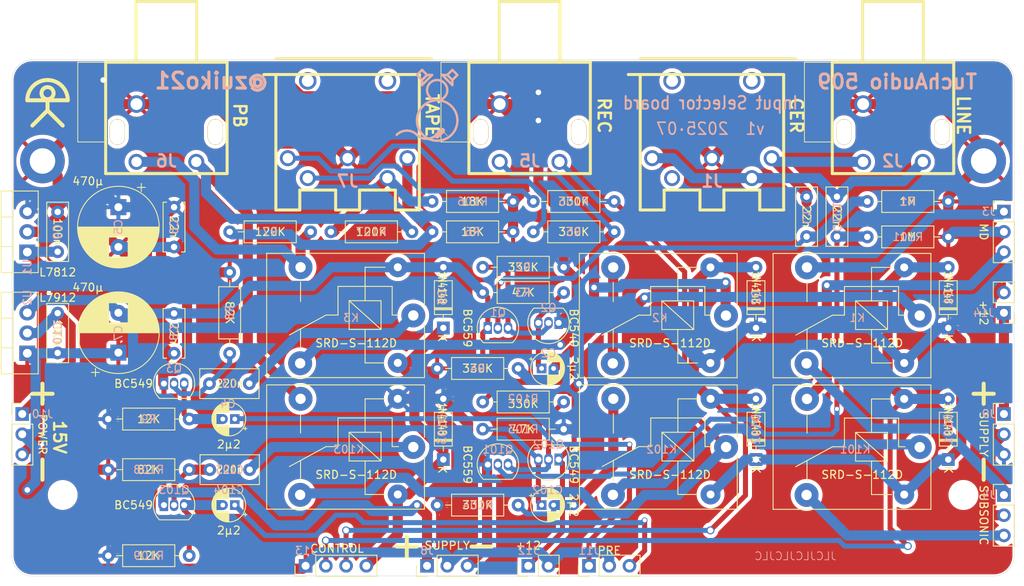
<source format=kicad_pcb>
(kicad_pcb (version 20240108) (generator "pcbnew") (generator_version "8.0")
  (title_block (title "TuchAudio 509 Input Selector board") (date "2025-07-28") (rev "v1") (company "@zuiko21"))
  (layers (0 "F.Cu" signal) (31 "B.Cu" signal) (34 "B.Paste" user) (35 "F.Paste" user) (36 "B.SilkS" user "B.Silkscreen") (37 "F.SilkS" user "F.Silkscreen") (38 "B.Mask" user) (39 "F.Mask" user) (44 "Edge.Cuts" user))
  (net 0 "")
  (net 1 "/K_IN")
  (net 2 "/AC_IN")
  (net 3 "/LZ")
  (net 4 "/LINE")
  (net 5 "/BIAS")
  (net 6 "/MON")
  (net 7 "/BUF")
  (net 8 "/PRE_OUT")
  (net 9 "+12V")
  (net 10 "GND")
  (net 11 "-12V")
  (net 12 "/+15")
  (net 13 "/-15")
  (net 14 "/AC_IN'")
  (net 15 "/K_IN'")
  (net 16 "/LZ'")
  (net 17 "/LINE'")
  (net 18 "/MON'")
  (net 19 "/BIAS'")
  (net 20 "/PRE_OUT'")
  (net 21 "/BUF'")
  (net 22 "/S{slash}~{M}")
  (net 23 "/P{slash}~{L}")
  (net 24 "/~{TM}")
  (net 26 "/MD")
  (net 27 "/MD'")
  (net 28 "/SUB")
  (net 29 "/SUB'")
  (net 30 "/SRC")
  (net 31 "/SRC'")
  (net 32 "/TAPE'")
  (net 33 "/TAPE")
  (net 34 "/DIN_R'")
  (net 35 "/DIN_P")
  (net 36 "/DIN_P'")
  (net 37 "/DIN_R")
  (net 38 "/PHONO")
  (net 39 "/PHONO'")
  (net 40 "/MZ")
  (net 41 "/MZ'")
  (footprint "Package_TO_SOT_THT:TO-92_Inline" (layer "F.Cu") (at 93.98 58.42 180)
    (property "Reference" "Q2")
    (property "Value" "BC549")
  )
  (footprint "Resistor_THT:R_Axial_DIN0207_L6.3mm_D2.5mm_P10.16mm_Horizontal" (layer "F.Cu") (at 47.625 70.485 180)
    (property "Reference" "R9")
    (property "Value" "12K")
  )
  (footprint "Package_TO_SOT_THT:TO-92_Inline" (layer "F.Cu") (at 93.98 75.565 180)
    (property "Reference" "Q102")
    (property "Value" "BC549")
  )
  (footprint "Resistor_THT:R_Axial_DIN0207_L6.3mm_D2.5mm_P10.16mm_Horizontal" (layer "F.Cu") (at 78.105 46.99)
    (property "Reference" "R6")
    (property "Value" "18K")
  )
  (footprint "Resistor_THT:R_Axial_DIN0207_L6.3mm_D2.5mm_P10.16mm_Horizontal" (layer "F.Cu") (at 65.405 46.99)
    (property "Reference" "R107")
    (property "Value" "120K")
  )
  (footprint "Connector_PinHeader_2.54mm:PinHeader_1x03_P2.54mm_Vertical" (layer "F.Cu") (at 77.47 88.9 90)
    (property "Reference" "J8")
    (property "Value" "SUPPLY")
  )
  (footprint "Package_TO_SOT_THT:TO-92_Inline" (layer "F.Cu") (at 85.09 59.055)
    (property "Reference" "Q1")
    (property "Value" "BC559")
  )
  (footprint "durango:2xRCA_vertical" (layer "F.Cu") (at 141.018949 25.708949 180)
    (property "Reference" "J2")
    (property "Value" "LINE")
  )
  (footprint "Diode_THT:D_DO-35_SOD27_P7.62mm_Horizontal" (layer "F.Cu") (at 118.745 75.565 90)
    (property "Reference" "D102")
    (property "Value" "1N4148")
  )
  (footprint "Resistor_THT:R_Axial_DIN0207_L6.3mm_D2.5mm_P10.16mm_Horizontal" (layer "F.Cu") (at 47.625 87.63 180)
    (property "Reference" "R109")
    (property "Value" "12K")
  )
  (footprint "Package_TO_SOT_THT:TO-92_Inline" (layer "F.Cu") (at 44.45 81.28)
    (property "Reference" "Q103")
    (property "Value" "BC549")
  )
  (footprint "Resistor_THT:R_Axial_DIN0207_L6.3mm_D2.5mm_P10.16mm_Horizontal" (layer "F.Cu") (at 132.715 47.625)
    (property "Reference" "R101")
    (property "Value" "1M")
  )
  (footprint "Resistor_THT:R_Axial_DIN0207_L6.3mm_D2.5mm_P10.16mm_Horizontal" (layer "F.Cu") (at 84.455 71.755)
    (property "Reference" "R103")
    (property "Value" "47K")
  )
  (footprint "Capacitor_THT:C_Rect_L7.2mm_W3.5mm_P5.00mm_FKS2_FKP2_MKS2_MKP2" (layer "F.Cu") (at 55.165 66.04 180)
    (property "Reference" "C3")
    (property "Value" "220n")
  )
  (footprint "Package_TO_SOT_THT:TO-92_Inline" (layer "F.Cu") (at 44.45 66.04)
    (property "Reference" "Q3")
    (property "Value" "BC549")
  )
  (footprint "MountingHole:MountingHole_3.2mm_M3_DIN965_Pad" (layer "F.Cu") (at 147.32 38.1)
    (property "Reference" "H2" (hide yes))
    (property "Value" "MountingHole_Pad" (hide yes))
  )
  (footprint "Connector_PinHeader_2.54mm:PinHeader_1x03_P2.54mm_Vertical" (layer "F.Cu") (at 97.79 88.9 90)
    (property "Reference" "J11")
    (property "Value" "PRE")
  )
  (footprint "Capacitor_THT:C_Disc_D6.0mm_W2.5mm_P5.00mm" (layer "F.Cu") (at 45.72 57.23 -90)
    (property "Reference" "C8")
    (property "Value" "22n")
  )
  (footprint "Relay_THT:Relay_SPDT_SANYOU_SRD_Series_Form_C" (layer "F.Cu") (at 75.745 73.995 180)
    (property "Reference" "K103")
    (property "Value" "SRD-S-112D")
  )
  (footprint "Capacitor_THT:CP_Radial_D4.0mm_P1.50mm" (layer "F.Cu") (at 91.845 81.28)
    (property "Reference" "C102")
    (property "Value" "2µ2")
  )
  (footprint "Relay_THT:Relay_SPDT_SANYOU_SRD_Series_Form_C" (layer "F.Cu") (at 114.98 57.5 180)
    (property "Reference" "K2")
    (property "Value" "SRD-S-112D")
  )
  (footprint "Connector_PinHeader_2.54mm:PinHeader_1x02_P2.54mm_Vertical" (layer "F.Cu") (at 90.17 88.9 90)
    (property "Reference" "J12")
    (property "Value" "+12")
  )
  (footprint "Connector_PinHeader_2.54mm:PinHeader_1x04_P2.54mm_Vertical" (layer "F.Cu") (at 62.23 88.9 90)
    (property "Reference" "J13")
    (property "Value" "CONTROL")
  )
  (footprint "Diode_THT:D_DO-35_SOD27_P7.62mm_Horizontal" (layer "F.Cu") (at 118.745 59.055 90)
    (property "Reference" "D2")
    (property "Value" "1N4148")
  )
  (footprint "Resistor_THT:R_Axial_DIN0207_L6.3mm_D2.5mm_P10.16mm_Horizontal" (layer "F.Cu") (at 52.705 62.23 90)
    (property "Reference" "R8")
    (property "Value" "82K")
  )
  (footprint "Capacitor_THT:CP_Radial_D4.0mm_P1.50mm" (layer "F.Cu") (at 53.34 70.485 180)
    (property "Reference" "C4")
    (property "Value" "2µ2")
  )
  (footprint "Diode_THT:D_DO-35_SOD27_P7.62mm_Horizontal" (layer "F.Cu") (at 79.51 75.565 90)
    (property "Reference" "D103")
    (property "Value" "1N4148")
  )
  (footprint "Diode_THT:D_DO-35_SOD27_P7.62mm_Horizontal" (layer "F.Cu") (at 142.875 75.565 90)
    (property "Reference" "D101")
    (property "Value" "1N4148")
  )
  (footprint "Connector_PinHeader_2.54mm:PinHeader_1x03_P2.54mm_Vertical" (layer "F.Cu") (at 149.86 44.45)
    (property "Reference" "J3")
    (property "Value" "MD")
  )
  (footprint "Diode_THT:D_DO-35_SOD27_P7.62mm_Horizontal" (layer "F.Cu") (at 79.51 59.055 90)
    (property "Reference" "D3")
    (property "Value" "1N4148")
  )
  (footprint "Connector_PinHeader_2.54mm:PinHeader_1x03_P2.54mm_Vertical" (layer "F.Cu") (at 149.86 69.85)
    (property "Reference" "J9")
    (property "Value" "SUPPLY")
  )
  (footprint "Relay_THT:Relay_SPDT_SANYOU_SRD_Series_Form_C" (layer "F.Cu") (at 114.995 73.995 180)
    (property "Reference" "K102")
    (property "Value" "SRD-S-112D")
  )
  (footprint "MountingHole:MountingHole_3.2mm_M3_DIN965" (layer "F.Cu") (at 144.78 80.01)
    (property "Reference" "H4" (hide yes))
    (property "Value" "MountingHole" (hide yes))
  )
  (footprint "Resistor_THT:R_Axial_DIN0207_L6.3mm_D2.5mm_P10.16mm_Horizontal" (layer "F.Cu") (at 52.705 46.99)
    (property "Reference" "R7")
    (property "Value" "120K")
  )
  (footprint "Relay_THT:Relay_SPDT_SANYOU_SRD_Series_Form_C" (layer "F.Cu") (at 139.295 74.01 180)
    (property "Reference" "K101")
    (property "Value" "SRD-S-112D")
  )
  (footprint "Resistor_THT:R_Axial_DIN0207_L6.3mm_D2.5mm_P10.16mm_Horizontal" (layer "F.Cu") (at 94.615 54.61 180)
    (property "Reference" "R3")
    (property "Value" "47K")
  )
  (footprint "Resistor_THT:R_Axial_DIN0207_L6.3mm_D2.5mm_P10.16mm_Horizontal" (layer "F.Cu") (at 88.9 81.28 180)
    (property "Reference" "R104")
    (property "Value" "330K")
  )
  (footprint "durango:2xRCA_vertical" (layer "F.Cu") (at 49.838949 25.708949 180)
    (property "Reference" "J6")
    (property "Value" "PB")
  )
  (footprint "MountingHole:MountingHole_3.2mm_M3_DIN965_Pad" (layer "F.Cu") (at 29.21 38.1)
    (property "Reference" "H1" (hide yes))
    (property "Value" "MountingHole_Pad" (hide yes))
  )
  (footprint "durango:DIN 5-180deg" (layer "F.Cu") (at 58.498949 27.248949)
    (property "Reference" "J7")
    (property "Value" "TAPE")
  )
  (footprint "Resistor_THT:R_Axial_DIN0207_L6.3mm_D2.5mm_P10.16mm_Horizontal" (layer "F.Cu") (at 88.9 64.135 180)
    (property "Reference" "R4")
    (property "Value" "330K")
  )
  (footprint "Package_TO_SOT_THT:TO-220-3_Vertical" (layer "F.Cu") (at 27.305 62.23 90)
    (property "Reference" "U2")
    (property "Value" "L7912")
  )
  (footprint "Resistor_THT:R_Axial_DIN0207_L6.3mm_D2.5mm_P10.16mm_Horizontal" (layer "F.Cu") (at 100.965 43.18 180)
    (property "Reference" "R105")
    (property "Value" "330K")
  )
  (footprint "Capacitor_THT:CP_Radial_D10.0mm_P5.00mm" (layer "F.Cu") (at 38.735 43.895 -90)
    (property "Reference" "C5")
    (property "Value" "470µ")
  )
  (footprint "Relay_THT:Relay_SPDT_SANYOU_SRD_Series_Form_C" (layer "F.Cu") (at 139.295 57.5 180)
    (property "Reference" "K1")
    (property "Value" "SRD-S-112D")
  )
  (footprint "Resistor_THT:R_Axial_DIN0207_L6.3mm_D2.5mm_P10.16mm_Horizontal" (layer "F.Cu") (at 94.615 51.435 180)
    (property "Reference" "R2")
    (property "Value" "330K")
  )
  (footprint "Capacitor_THT:C_Rect_L7.2mm_W2.5mm_P5.00mm_FKS2_FKP2_MKS2_MKP2" (layer "F.Cu") (at 31.115 44.49 -90)
    (property "Reference" "C9")
    (property "Value" "100n")
  )
  (footprint "Capacitor_THT:C_Rect_L7.2mm_W3.5mm_P5.00mm_FKS2_FKP2_MKS2_MKP2" (layer "F.Cu") (at 55.205 76.835 180)
    (property "Reference" "C103")
    (property "Value" "220n")
  )
  (footprint "Package_TO_SOT_THT:TO-220-3_Vertical" (layer "F.Cu") (at 27.305 49.53 90)
    (property "Reference" "U1")
    (property "Value" "L7812")
  )
  (footprint "Capacitor_THT:CP_Radial_D4.0mm_P1.50mm" (layer "F.Cu") (at 91.845 64.135)
    (property "Reference" "C2")
    (property "Value" "2µ2")
  )
  (footprint "Resistor_THT:R_Axial_DIN0207_L6.3mm_D2.5mm_P10.16mm_Horizontal" (layer "F.Cu") (at 84.455 68.34)
    (property "Reference" "R102")
    (property "Value" "330K")
  )
  (footprint "Capacitor_THT:CP_Radial_D10.0mm_P5.00mm" (layer "F.Cu") (at 38.735 62.15 90)
    (property "Reference" "C7")
    (property "Value" "470µ")
  )
  (footprint "durango:2xRCA_vertical" (layer "F.Cu") (at 95.418949 25.708949 180)
    (property "Reference" "J5")
    (property "Value" "REC")
  )
  (footprint "MountingHole:MountingHole_3.2mm_M3_DIN965" (layer "F.Cu") (at 31.75 80.01)
    (property "Reference" "H3" (hide yes))
    (property "Value" "MountingHole" (hide yes))
  )
  (footprint "Relay_THT:Relay_SPDT_SANYOU_SRD_Series_Form_C" (layer "F.Cu") (at 75.745 57.485 180)
    (property "Reference" "K3")
    (property "Value" "SRD-S-112D")
  )
  (footprint "Resistor_THT:R_Axial_DIN0207_L6.3mm_D2.5mm_P10.16mm_Horizontal" (layer "F.Cu") (at 78.105 43.18)
    (property "Reference" "R106")
    (property "Value" "18K")
  )
  (footprint "Capacitor_THT:C_Rect_L7.2mm_W2.5mm_P5.00mm_FKS2_FKP2_MKS2_MKP2" (layer "F.Cu") (at 128.905 42.585 -90)
    (property "Reference" "C101")
    (property "Value" "22n")
  )
  (footprint "Resistor_THT:R_Axial_DIN0207_L6.3mm_D2.5mm_P10.16mm_Horizontal" (layer "F.Cu") (at 47.625 76.835 180)
    (property "Reference" "R108")
    (property "Value" "82K")
  )
  (footprint "Connector_PinHeader_2.54mm:PinHeader_1x02_P2.54mm_Vertical" (layer "F.Cu") (at 149.86 57.15 180)
    (property "Reference" "J14")
    (property "Value" "+12")
  )
  (footprint "Connector_PinHeader_2.54mm:PinHeader_1x03_P2.54mm_Vertical" (layer "F.Cu") (at 149.86 80.01)
    (property "Reference" "J4")
    (property "Value" "SUBSONIC")
  )
  (footprint "Capacitor_THT:C_Disc_D6.0mm_W2.5mm_P5.00mm" (layer "F.Cu") (at 45.72 43.895 -90)
    (property "Reference" "C6")
    (property "Value" "22n")
  )
  (footprint "Capacitor_THT:C_Rect_L7.2mm_W2.5mm_P5.00mm_FKS2_FKP2_MKS2_MKP2" (layer "F.Cu") (at 31.115 57.19 -90)
    (property "Reference" "C10")
    (property "Value" "100n")
  )
  (footprint "Resistor_THT:R_Axial_DIN0207_L6.3mm_D2.5mm_P10.16mm_Horizontal" (layer "F.Cu") (at 132.715 43.18)
    (property "Reference" "R1")
    (property "Value" "1M")
  )
  (footprint "Capacitor_THT:C_Rect_L7.2mm_W2.5mm_P5.00mm_FKS2_FKP2_MKS2_MKP2" (layer "F.Cu") (at 125.095 42.585 -90)
    (property "Reference" "C1")
    (property "Value" "22n")
  )
  (footprint "Connector_PinHeader_2.54mm:PinHeader_1x03_P2.54mm_Vertical" (layer "F.Cu") (at 26.67 69.85)
    (property "Reference" "J10")
    (property "Value" "POWER")
  )
  (footprint "durango:DIN 5-180deg" (layer "F.Cu") (at 104.218949 27.248949)
    (property "Reference" "J1")
    (property "Value" "CER")
  )
  (footprint "Diode_THT:D_DO-35_SOD27_P7.62mm_Horizontal" (layer "F.Cu") (at 142.875 59.055 90)
    (property "Reference" "D1")
    (property "Value" "1N4148")
  )
  (footprint "Capacitor_THT:CP_Radial_D4.0mm_P1.50mm" (layer "F.Cu") (at 53.34 81.28 180)
    (property "Reference" "C104")
    (property "Value" "2µ2")
  )
  (footprint "Resistor_THT:R_Axial_DIN0207_L6.3mm_D2.5mm_P10.16mm_Horizontal" (layer "F.Cu") (at 100.965 46.99 180)
    (property "Reference" "R5")
    (property "Value" "330K")
  )
  (footprint "Package_TO_SOT_THT:TO-92_Inline" (layer "F.Cu") (at 85.09 76.2)
    (property "Reference" "Q101")
    (property "Value" "BC559")
  )
  (gr_line (start 78.105 27.305) (end 77.47 27.305) (stroke (width 0.3)) (layer "B.SilkS"))
  (gr_line (start 78.74 34.925) (end 79.375 34.29) (stroke (width 0.7) (type dash_dot_dot)) (layer "B.SilkS"))
  (gr_line (start 80.645 28.575) (end 80.645 27.94) (stroke (width 0.3)) (layer "B.SilkS"))
  (gr_line (start 80.645 26.67) (end 80.01 27.305) (stroke (width 0.3)) (layer "B.SilkS"))
  (gr_line (start 77.47 27.305) (end 76.835 27.94) (stroke (width 0.3)) (layer "B.SilkS"))
  (gr_line (start 81.28 27.305) (end 80.645 26.67) (stroke (width 0.3)) (layer "B.SilkS"))
  (gr_circle (center 78.74 29.21) (end 80.01 29.21) (stroke (width 0.3)) (fill none) (layer "B.SilkS"))
  (gr_arc (start 78.686746 34.760356) (mid 77.455262 35.319676) (end 76.2 34.816051) (stroke (width 0.3)) (layer "B.SilkS"))
  (gr_line (start 76.835 28.575) (end 78.105 27.305) (stroke (width 0.3)) (layer "B.SilkS"))
  (gr_line (start 76.835 27.94) (end 76.2 27.305) (stroke (width 0.3)) (layer "B.SilkS"))
  (gr_line (start 80.01 27.305) (end 79.375 27.305) (stroke (width 0.3)) (layer "B.SilkS"))
  (gr_arc (start 73.66 34.816051) (mid 74.93 34.29) (end 76.2 34.816051) (stroke (width 0.3)) (layer "B.SilkS"))
  (gr_line (start 79.375 34.29) (end 80.01 34.925) (stroke (width 0.1)) (layer "B.SilkS"))
  (gr_line (start 76.835 27.94) (end 76.835 28.575) (stroke (width 0.3)) (layer "B.SilkS"))
  (gr_line (start 80.01 27.305) (end 80.645 27.94) (stroke (width 0.3)) (layer "B.SilkS"))
  (gr_line (start 79.375 27.305) (end 80.01 27.94) (stroke (width 0.3)) (layer "B.SilkS"))
  (gr_line (start 80.01 27.94) (end 80.645 28.575) (stroke (width 0.3)) (layer "B.SilkS"))
  (gr_line (start 76.2 27.305) (end 76.835 26.67) (stroke (width 0.3)) (layer "B.SilkS"))
  (gr_line (start 76.835 26.67) (end 77.47 27.305) (stroke (width 0.3)) (layer "B.SilkS"))
  (gr_circle (center 78.74 33.02) (end 81.28 33.02) (stroke (width 0.3)) (fill none) (layer "B.SilkS"))
  (gr_line (start 80.645 27.94) (end 81.28 27.305) (stroke (width 0.3)) (layer "B.SilkS"))
  (gr_line (start 74.93 85.217) (end 74.93 87.757) (stroke (width 0.5)) (layer "F.SilkS"))
  (gr_line (start 30.48 67.31) (end 27.94 67.31) (stroke (width 0.5)) (layer "F.SilkS"))
  (gr_line (start 29.845 30.48) (end 29.845 31.75) (stroke (width 0.5)) (layer "F.SilkS"))
  (gr_line (start 76.2 86.487) (end 73.66 86.487) (stroke (width 0.5)) (layer "F.SilkS"))
  (gr_circle (center 29.845 29.591) (end 30.607 29.591) (stroke (width 0.5)) (fill none) (layer "F.SilkS"))
  (gr_line (start 29.845 31.75) (end 31.75 33.655) (stroke (width 0.5)) (layer "F.SilkS"))
  (gr_line (start 147.32 75.565) (end 147.32 78.105) (stroke (width 0.5)) (layer "F.SilkS"))
  (gr_line (start 29.21 66.04) (end 29.21 68.58) (stroke (width 0.5)) (layer "F.SilkS"))
  (gr_line (start 148.59 67.31) (end 146.05 67.31) (stroke (width 0.5)) (layer "F.SilkS"))
  (gr_arc (start 27.305 30.48) (mid 29.845 27.94) (end 32.385 30.48) (stroke (width 0.5)) (layer "F.SilkS"))
  (gr_line (start 27.305 30.48) (end 32.385 30.48) (stroke (width 0.5)) (layer "F.SilkS"))
  (gr_line (start 85.598 86.487) (end 83.058 86.487) (stroke (width 0.5)) (layer "F.SilkS"))
  (gr_line (start 29.845 31.75) (end 27.94 33.655) (stroke (width 0.5)) (layer "F.SilkS"))
  (gr_line (start 147.32 66.04) (end 147.32 68.58) (stroke (width 0.5)) (layer "F.SilkS"))
  (gr_line (start 29.21 75.565) (end 29.21 78.105) (stroke (width 0.5)) (layer "F.SilkS"))
  (gr_arc (start 27.94 90.17) (mid 26.143949 89.426051) (end 25.4 87.63) (stroke (width 0.05)) (layer "Edge.Cuts"))
  (gr_line (start 148.59 90.17) (end 27.94 90.17) (stroke (width 0.05)) (layer "Edge.Cuts"))
  (gr_line (start 151.13 27.94) (end 151.13 87.63) (stroke (width 0.05)) (layer "Edge.Cuts"))
  (gr_arc (start 151.13 87.63) (mid 150.386051 89.426051) (end 148.59 90.17) (stroke (width 0.05)) (layer "Edge.Cuts"))
  (gr_arc (start 25.4 27.94) (mid 26.143949 26.143949) (end 27.94 25.4) (stroke (width 0.05)) (layer "Edge.Cuts"))
  (gr_line (start 27.94 25.4) (end 148.59 25.4) (stroke (width 0.05)) (layer "Edge.Cuts"))
  (gr_line (start 25.4 87.63) (end 25.4 27.94) (stroke (width 0.05)) (layer "Edge.Cuts"))
  (gr_arc (start 148.59 25.4) (mid 150.386051 26.143949) (end 151.13 27.94) (stroke (width 0.05)) (layer "Edge.Cuts"))
  (gr_text "TuchAudio 509" (at 146.685 29.21 0) (layer "B.SilkS") (effects (font (size 1.8 1.8) (thickness 0.36) (bold yes)) (justify left bottom mirror)))
  (gr_text "@zuiko21" (at 57.785 29.21 0) (layer "B.SilkS") (effects (font (size 2 2) (thickness 0.4) (bold yes)) (justify left bottom mirror)))
  (gr_text "v1  2025·07" (at 113.03 34.925 0) (layer "B.SilkS") (effects (font (size 1.5 1.4) (thickness 0.2)) (justify bottom mirror)))
  (gr_text "Input Selector board" (at 113.03 31.75 0) (layer "B.SilkS") (effects (font (size 1.6 1.4) (thickness 0.24) (bold yes)) (justify bottom mirror)))
  (gr_text "JLCJLCJLCJLC" (at 128.905 88.265 0) (layer "B.SilkS") (effects (font (size 1 1) (thickness 0.1)) (justify left bottom mirror)))
  (gr_text "15V" (at 30.48 70.485 -90) (layer "F.SilkS") (effects (font (size 1.5 1.5) (thickness 0.3) (bold yes)) (justify left bottom)))
  (segment (start 125.095 43.26) (end 125.095 42.125) (width 1.27) (layer "F.Cu") (net 1))
  (segment (start 125.095 42.125) (end 120.718949 37.748949) (width 1.27) (layer "F.Cu") (net 1))
  (segment (start 132.188949 38.208949) (end 121.178949 38.208949) (width 1.27) (layer "B.Cu") (net 1))
  (segment (start 121.178949 38.208949) (end 120.718949 37.748949) (width 1.27) (layer "B.Cu") (net 1))
  (segment (start 86.36 59.055) (end 86.36 59.484318) (width 0.635) (layer "F.Cu") (net 2))
  (segment (start 86.36 59.484318) (end 86.36 53.7425) (width 0.635) (layer "F.Cu") (net 2))
  (segment (start 86.36 53.7425) (end 86.7625 53.34) (width 0.635) (layer "F.Cu") (net 2))
  (via (at 86.7625 53.34) (size 0.7) (drill 0.5) (layers "F.Cu" "B.Cu") (net 2))
  (segment (start 87.28 52.8225) (end 95.804324 52.8225) (width 0.635) (layer "B.Cu") (net 2))
  (segment (start 99.619273 49.007551) (end 123.672449 49.007551) (width 0.635) (layer "B.Cu") (net 2))
  (segment (start 126.59276 47.585) (end 125.095 47.585) (width 1.27) (layer "B.Cu") (net 2))
  (segment (start 130.99776 43.18) (end 126.59276 47.585) (width 1.27) (layer "B.Cu") (net 2))
  (segment (start 132.715 43.18) (end 130.99776 43.18) (width 1.27) (layer "B.Cu") (net 2))
  (segment (start 95.804324 52.8225) (end 99.619273 49.007551) (width 0.635) (layer "B.Cu") (net 2))
  (segment (start 86.7625 53.34) (end 87.28 52.8225) (width 0.635) (layer "B.Cu") (net 2))
  (segment (start 123.672449 49.007551) (end 125.095 47.585) (width 0.635) (layer "B.Cu") (net 2))
  (segment (start 91.44 63.73) (end 91.44 58.42) (width 0.635) (layer "F.Cu") (net 3))
  (segment (start 91.845 64.135) (end 91.44 63.73) (width 0.635) (layer "F.Cu") (net 3))
  (segment (start 91.44 57.785) (end 94.615 54.61) (width 0.635) (layer "F.Cu") (net 3))
  (segment (start 91.44 58.42) (end 91.44 57.785) (width 0.635) (layer "F.Cu") (net 3))
  (segment (start 93.345 64.135) (end 100.83 56.65) (width 1.27) (layer "F.Cu") (net 4))
  (segment (start 100.83 56.65) (end 100.83 51.45) (width 1.27) (layer "F.Cu") (net 4))
  (segment (start 90.335 65.57) (end 88.9 64.135) (width 1.27) (layer "B.Cu") (net 4))
  (segment (start 93.345 64.135) (end 93.345 65.505) (width 1.27) (layer "B.Cu") (net 4))
  (segment (start 93.28 65.57) (end 90.335 65.57) (width 1.27) (layer "B.Cu") (net 4))
  (segment (start 93.345 65.505) (end 93.28 65.57) (width 1.27) (layer "B.Cu") (net 4))
  (segment (start 52.705 63.5) (end 50.165 66.04) (width 0.635) (layer "B.Cu") (net 5))
  (segment (start 48.8975 67.3075) (end 46.558182 67.3075) (width 0.635) (layer "B.Cu") (net 5))
  (segment (start 45.72 66.469318) (end 45.72 66.04) (width 0.635) (layer "B.Cu") (net 5))
  (segment (start 52.705 62.23) (end 52.705 63.5) (width 0.635) (layer "B.Cu") (net 5))
  (segment (start 46.558182 67.3075) (end 45.72 66.469318) (width 0.635) (layer "B.Cu") (net 5))
  (segment (start 50.165 66.04) (end 48.8975 67.3075) (width 0.635) (layer "B.Cu") (net 5))
  (segment (start 73.535 59.695) (end 61.51 59.695) (width 1.27) (layer "B.Cu") (net 6))
  (segment (start 75.745 57.485) (end 73.535 59.695) (width 1.27) (layer "B.Cu") (net 6))
  (segment (start 61.51 59.695) (end 55.165 66.04) (width 1.27) (layer "B.Cu") (net 6))
  (segment (start 46.99 66.04) (end 46.99 69.85) (width 0.635) (layer "F.Cu") (net 7))
  (segment (start 46.99 69.85) (end 47.625 70.485) (width 0.635) (layer "F.Cu") (net 7))
  (segment (start 51.84 70.485) (end 47.625 70.485) (width 1.27) (layer "B.Cu") (net 7))
  (segment (start 97.79 85.853176) (end 97.79 88.9) (width 0.635) (layer "F.Cu") (net 8))
  (segment (start 102.87 80.773176) (end 97.79 85.853176) (width 0.635) (layer "F.Cu") (net 8))
  (segment (start 102.87 73.66) (end 102.87 80.773176) (width 0.635) (layer "F.Cu") (net 8))
  (via (at 102.87 73.66) (size 0.7) (drill 0.5) (layers "F.Cu" "B.Cu") (net 8))
  (segment (start 90.397618 70.4375) (end 93.620118 73.66) (width 0.635) (layer "B.Cu") (net 8))
  (segment (start 53.3875 70.4375) (end 90.397618 70.4375) (width 0.635) (layer "B.Cu") (net 8))
  (segment (start 93.620118 73.66) (end 102.87 73.66) (width 0.635) (layer "B.Cu") (net 8))
  (segment (start 53.34 70.485) (end 53.3875 70.4375) (width 0.635) (layer "B.Cu") (net 8))
  (segment (start 94.615 51.435) (end 96.25 53.07) (width 1.27) (layer "F.Cu") (net 9))
  (segment (start 95.5975 66.9625) (end 95.5975 67.0225) (width 1.27) (layer "F.Cu") (net 9))
  (segment (start 77.47 88.9) (end 77.47 82.55) (width 1.27) (layer "F.Cu") (net 9))
  (segment (start 142.875 75.565) (end 144.51 73.93) (width 1.27) (layer "F.Cu") (net 9))
  (segment (start 44.45 66.04) (end 44.45 81.28) (width 0.635) (layer "F.Cu") (net 9))
  (segment (start 96.25 56.24) (end 94.07 58.42) (width 1.27) (layer "F.Cu") (net 9))
  (segment (start 61.697445 29.983949) (end 83.046051 29.983949) (width 1.27) (layer "F.Cu") (net 9))
  (segment (start 59.653496 27.94) (end 61.697445 29.983949) (width 1.27) (layer "F.Cu") (net 9))
  (segment (start 90.526051 28.575) (end 91.44 29.488949) (width 1.27) (layer "F.Cu") (net 9))
  (segment (start 44.36 64.68) (end 44.36 66.04) (width 1.27) (layer "F.Cu") (net 9))
  (segment (start 36.83 27.94) (end 59.653496 27.94) (width 1.27) (layer "F.Cu") (net 9))
  (segment (start 47.355 62.90724) (end 45.80724 64.455) (width 1.27) (layer "F.Cu") (net 9))
  (segment (start 84.455 28.575) (end 90.526051 28.575) (width 1.27) (layer "F.Cu") (net 9))
  (segment (start 45.80724 64.455) (end 44.585 64.455) (width 1.27) (layer "F.Cu") (net 9))
  (segment (start 95.9325 73.6125) (end 93.98 75.565) (width 0.635) (layer "F.Cu") (net 9))
  (segment (start 84.455 68.34) (end 85.7725 67.0225) (width 0.635) (layer "F.Cu") (net 9))
  (segment (start 96.25 53.07) (end 96.25 56.24) (width 1.27) (layer "F.Cu") (net 9))
  (segment (start 44.085 50.165) (end 47.355 53.435) (width 1.27) (layer "F.Cu") (net 9))
  (segment (start 83.046051 29.983949) (end 84.455 28.575) (width 1.27) (layer "F.Cu") (net 9))
  (segment (start 96.52 66.04) (end 95.5975 66.9625) (width 1.27) (layer "F.Cu") (net 9))
  (segment (start 94.615 44.67776) (end 94.615 51.435) (width 1.27) (layer "F.Cu") (net 9))
  (segment (start 47.355 62.23) (end 47.355 62.90724) (width 1.27) (layer "F.Cu") (net 9))
  (segment (start 94.4625 76.0475) (end 94.4625 84.6075) (width 0.635) (layer "F.Cu") (net 9))
  (segment (start 77.47 82.55) (end 76.2 81.28) (width 1.27) (layer "F.Cu") (net 9))
  (segment (start 93.98 75.565) (end 94.4625 76.0475) (width 0.635) (layer "F.Cu") (net 9))
  (segment (start 94.4625 84.6075) (end 90.17 88.9) (width 0.635) (layer "F.Cu") (net 9))
  (segment (start 44.585 64.455) (end 44.36 64.68) (width 1.27) (layer "F.Cu") (net 9))
  (segment (start 45.72 43.895) (end 44.085 45.53) (width 1.27) (layer "F.Cu") (net 9))
  (segment (start 95.9325 67.3575) (end 95.9325 73.6125) (width 0.635) (layer "F.Cu") (net 9))
  (segment (start 91.44 33.02) (end 91.44 41.50276) (width 1.27) (layer "F.Cu") (net 9))
  (segment (start 149.86 57.15) (end 149.86 69.85) (width 1.27) (layer "F.Cu") (net 9))
  (segment (start 47.355 53.435) (end 47.355 62.23) (width 1.27) (layer "F.Cu") (net 9))
  (segment (start 144.51 60.69) (end 142.875 59.055) (width 1.27) (layer "F.Cu") (net 9))
  (segment (start 144.51 73.93) (end 144.51 60.69) (width 1.27) (layer "F.Cu") (net 9))
  (segment (start 44.085 45.53) (end 44.085 50.165) (width 1.27) (layer "F.Cu") (net 9))
  (segment (start 95.5975 67.0225) (end 95.9325 67.3575) (width 0.635) (layer "F.Cu") (net 9))
  (segment (start 91.44 41.50276) (end 94.615 44.67776) (width 1.27) (layer "F.Cu") (net 9))
  (segment (start 85.7725 67.0225) (end 95.5975 67.0225) (width 0.635) (layer "F.Cu") (net 9))
  (via (at 96.52 66.04) (size 1) (drill 0.7) (layers "F.Cu" "B.Cu") (net 9))
  (via (at 91.44 33.02) (size 1) (drill 0.7) (layers "F.Cu" "B.Cu") (net 9))
  (via (at 76.2 81.28) (size 1) (drill 0.7) (layers "F.Cu" "B.Cu") (net 9))
  (via (at 36.83 27.94) (size 1) (drill 0.7) (layers "F.Cu" "B.Cu") (net 9))
  (via (at 91.44 29.488949) (size 1) (drill 0.7) (layers "F.Cu" "B.Cu") (net 9))
  (segment (start 36.793949 27.976051) (end 36.83 27.94) (width 1.27) (layer "B.Cu") (net 9))
  (segment (start 28.9 42.855) (end 27.305 44.45) (width 1.27) (layer "B.Cu") (net 9))
  (segment (start 96.52 58.42) (end 96.52 66.04) (width 1.27) (layer "B.Cu") (net 9))
  (segment (start 117.425 59.055) (end 113.03 63.45) (width 1.27) (layer "B.Cu") (net 9))
  (segment (start 132.95 59.055) (end 118.745 59.055) (width 1.27) (layer "B.Cu") (net 9))
  (segment (start 149.86 57.15) (end 144.78 57.15) (width 1.27) (layer "B.Cu") (net 9))
  (segment (start 118.745 75.565) (end 117.425 75.565) (width 1.27) (layer "B.Cu") (net 9))
  (segment (start 91.44 29.488949) (end 91.44 33.02) (width 1.27) (layer "B.Cu") (net 9))
  (segment (start 106.78 58.42) (end 96.52 58.42) (width 1.27) (layer "B.Cu") (net 9))
  (segment (start 117.425 75.565) (end 113.045 79.945) (width 1.27) (layer "B.Cu") (net 9))
  (segment (start 58.42 83.82) (end 62.23 83.82) (width 1.27) (layer "B.Cu") (net 9))
  (segment (start 75.45 82.03) (end 76.2 81.28) (width 1.27) (layer "B.Cu") (net 9))
  (segment (start 62.23 83.82) (end 64.77 81.28) (width 1.27) (layer "B.Cu") (net 9))
  (segment (start 54.295 79.695) (end 58.42 83.82) (width 1.27) (layer "B.Cu") (net 9))
  (segment (start 69.85 81.28) (end 70.6 82.03) (width 1.27) (layer "B.Cu") (net 9))
  (segment (start 44.765 79.695) (end 54.295 79.695) (width 1.27) (layer "B.Cu") (net 9))
  (segment (start 37.695 42.855) (end 28.9 42.855) (width 1.27) (layer "B.Cu") (net 9))
  (segment (start 64.77 81.28) (end 69.85 81.28) (width 1.27) (layer "B.Cu") (net 9))
  (segment (start 142.875 75.565) (end 141.74 75.565) (width 1.27) (layer "B.Cu") (net 9))
  (segment (start 38.735 43.895) (end 37.695 42.855) (width 1.27) (layer "B.Cu") (net 9))
  (segment (start 70.6 82.03) (end 75.45 82.03) (width 1.27) (layer "B.Cu") (net 9))
  (segment (start 141.74 59.055) (end 137.345 63.45) (width 1.27) (layer "B.Cu") (net 9))
  (segment (start 38.735 43.895) (end 45.72 43.895) (width 1.27) (layer "B.Cu") (net 9))
  (segment (start 96.52 58.42) (end 94.07 58.42) (width 1.27) (layer "B.Cu") (net 9))
  (segment (start 144.78 57.15) (end 142.875 59.055) (width 1.27) (layer "B.Cu") (net 9))
  (segment (start 137.345 79.96) (end 132.95 75.565) (width 1.27) (layer "B.Cu") (net 9))
  (segment (start 44.36 81.28) (end 44.36 80.1) (width 1.27) (layer "B.Cu") (net 9))
  (segment (start 38.735 43.895) (end 36.793949 41.953949) (width 1.27) (layer "B.Cu") (net 9))
  (segment (start 132.95 75.565) (end 118.745 75.565) (width 1.27) (layer "B.Cu") (net 9))
  (segment (start 137.345 63.45) (end 132.95 59.055) (width 1.27) (layer "B.Cu") (net 9))
  (segment (start 142.875 59.055) (end 141.74 59.055) (width 1.27) (layer "B.Cu") (net 9))
  (segment (start 44.36 80.1) (end 44.765 79.695) (width 1.27) (layer "B.Cu") (net 9))
  (segment (start 118.745 59.055) (end 117.425 59.055) (width 1.27) (layer "B.Cu") (net 9))
  (segment (start 113.03 63.45) (end 111.81 63.45) (width 1.27) (layer "B.Cu") (net 9))
  (segment (start 36.793949 41.953949) (end 36.793949 27.976051) (width 1.27) (layer "B.Cu") (net 9))
  (segment (start 141.74 75.565) (end 137.345 79.96) (width 1.27) (layer "B.Cu") (net 9))
  (segment (start 111.81 63.45) (end 106.78 58.42) (width 1.27) (layer "B.Cu") (net 9))
  (segment (start 29.845 76.835) (end 37.465 76.835) (width 1.27) (layer "F.Cu") (net 10))
  (segment (start 45.72 48.895) (end 46.99 48.895) (width 1.27) (layer "F.Cu") (net 10))
  (segment (start 31.115 45.72) (end 32.385 46.99) (width 1.27) (layer "F.Cu") (net 10))
  (segment (start 27.305 46.99) (end 29.845 46.99) (width 1.27) (layer "F.Cu") (net 10))
  (segment (start 27.305 46.99) (end 28.615 46.99) (width 1.27) (layer "F.Cu") (net 10))
  (segment (start 67.498949 37.748949) (end 67.661051 37.748949) (width 1.27) (layer "F.Cu") (net 10))
  (segment (start 80.01 82.55) (end 80.01 88.9) (width 1.27) (layer "F.Cu") (net 10))
  (segment (start 29.845 46.99) (end 31.115 46.99) (width 1.27) (layer "F.Cu") (net 10))
  (segment (start 31.115 44.49) (end 31.115 40.005) (width 1.27) (layer "F.Cu") (net 10))
  (segment (start 106.428949 30.958949) (end 113.218949 37.748949) (width 1.27) (layer "F.Cu") (net 10))
  (segment (start 142.875 42.545) (end 147.32 38.1) (width 1.27) (layer "F.Cu") (net 10))
  (segment (start 113.218949 37.748949) (end 120.008949 30.958949) (width 1.27) (layer "F.Cu") (net 10))
  (segment (start 50.8 30.958949) (end 55.755 35.913949) (width 1.27) (layer "F.Cu") (net 10))
  (segment (start 29.21 38.1) (end 36.351051 30.958949) (width 1.27) (layer "F.Cu") (net 10))
  (segment (start 55.755 35.913949) (end 65.663949 35.913949) (width 1.27) (layer "F.Cu") (net 10))
  (segment (start 31.115 46.99) (end 32.385 46.99) (width 1.27) (layer "F.Cu") (net 10))
  (segment (start 81.145 73.93) (end 81.145 78.875) (width 1.27) (layer "F.Cu") (net 10))
  (segment (start 88.265 43.18) (end 89.064999 42.380001) (width 1.27) (layer "F.Cu") (net 10))
  (segment (start 148.175 52.925) (end 149.86 54.61) (width 1.27) (layer "F.Cu") (net 10))
  (segment (start 38.735 48.895) (end 40.57 50.73) (width 1.27) (layer "F.Cu") (net 10))
  (segment (start 67.661051 37.748949) (end 69.496051 35.913949) (width 1.27) (layer "F.Cu") (net 10))
  (segment (start 36.351051 30.958949) (end 41.008949 30.958949) (width 1.27) (layer "F.Cu") (net 10))
  (segment (start 148.175 55.465) (end 148.175 71.907081) (width 1.27) (layer "F.Cu") (net 10))
  (segment (start 50.165 52.07) (end 52.705 52.07) (width 1.27) (layer "F.Cu") (net 10))
  (segment (start 36.83 46.99) (end 38.735 48.895) (width 1.27) (layer "F.Cu") (net 10))
  (segment (start 35.925 89.265) (end 61.865 89.265) (width 1.27) (layer "F.Cu") (net 10))
  (segment (start 89.064999 33.434999) (end 86.588949 30.958949) (width 1.27) (layer "F.Cu") (net 10))
  (segment (start 38.735 62.15) (end 45.64 62.15) (width 1.27) (layer "F.Cu") (net 10))
  (segment (start 148.175 48.675) (end 148.175 52.925) (width 1.27) (layer "F.Cu") (net 10))
  (segment (start 147.32 36.473202) (end 147.32 38.1) (width 1.27) (layer "F.Cu") (net 10))
  (segment (start 148.175 71.907081) (end 148.657919 72.39) (width 1.27) (layer "F.Cu") (net 10))
  (segment (start 142.875 43.18) (end 142.875 42.545) (width 1.27) (layer "F.Cu") (net 10))
  (segment (start 84.472151 30.958949) (end 86.588949 30.958949) (width 1.27) (layer "F.Cu") (net 10))
  (segment (start 81.145 78.875) (end 78.74 81.28) (width 1.27) (layer "F.Cu") (net 10))
  (segment (start 78.74 64.135) (end 77.875 65) (width 1.27) (layer "F.Cu") (net 10))
  (segment (start 27.305 80.645) (end 35.925 89.265) (width 1.27) (layer "F.Cu") (net 10))
  (segment (start 77.875 70.66) (end 81.145 73.93) (width 1.27) (layer "F.Cu") (net 10))
  (segment (start 32.385 46.99) (end 36.83 46.99) (width 1.27) (layer "F.Cu") (net 10))
  (segment (start 31.115 40.005) (end 29.21 38.1) (width 1.27) (layer "F.Cu") (net 10))
  (segment (start 77.875 65) (end 77.875 70.66) (width 1.27) (layer "F.Cu") (net 10))
  (segment (start 149.03 54.61) (end 148.175 55.465) (width 1.27) (layer "F.Cu") (net 10))
  (segment (start 40.57 60.315) (end 38.735 62.15) (width 1.27) (layer "F.Cu") (net 10))
  (segment (start 149.86 72.39) (end 148.175 74.075) (width 1.27) (layer "F.Cu") (net 10))
  (segment (start 88.265 43.18) (end 88.265 46.99) (width 1.27) (layer "F.Cu") (net 10))
  (segment (start 31.115 44.49) (end 31.115 46.99) (width 1.27) (layer "F.Cu") (net 10))
  (segment (start 149.86 46.99) (end 148.175 48.675) (width 1.27) (layer "F.Cu") (net 10))
  (segment (start 65.663949 35.913949) (end 67.498949 37.748949) (width 1.27) (layer "F.Cu") (net 10))
  (segment (start 148.59 82.55) (end 149.86 82.55) (width 1.27) (layer "F.Cu") (net 10))
  (segment (start 40.57 50.73) (end 40.57 60.315) (width 1.27) (layer "F.Cu") (net 10))
  (segment (start 148.657919 72.39) (end 149.86 72.39) (width 1.27) (layer "F.Cu") (net 10))
  (segment (start 31.115 44.49) (end 31.115 45.72) (width 1.27) (layer "F.Cu") (net 10))
  (segment (start 86.588949 30.958949) (end 106.428949 30.958949) (width 1.27) (layer "F.Cu") (net 10))
  (segment (start 78.74 81.28) (end 80.01 82.55) (width 1.27) (layer "F.Cu") (net 10))
  (segment (start 41.008949 30.958949) (end 50.8 30.958949) (width 1.27) (layer "F.Cu") (net 10))
  (segment (start 142.875 43.18) (end 142.875 47.625) (width 1.27) (layer "F.Cu") (net 10))
  (segment (start 27.305 79.375) (end 27.305 80.645) (width 1.27) (layer "F.Cu") (net 10))
  (segment (start 148.175 74.075) (end 148.175 82.135) (width 1.27) (layer "F.Cu") (net 10))
  (segment (start 149.86 54.61) (end 149.03 54.61) (width 1.27) (layer "F.Cu") (net 10))
  (segment (start 148.175 82.135) (end 148.59 82.55) (width 1.27) (layer "F.Cu") (net 10))
  (segment (start 69.496051 35.913949) (end 79.517151 35.913949) (width 1.27) (layer "F.Cu") (net 10))
  (segment (start 31.115 45.72) (end 29.845 46.99) (width 1.27) (layer "F.Cu") (net 10))
  (segment (start 27.305 79.375) (end 29.845 76.835) (width 1.27) (layer "F.Cu") (net 10))
  (segment (start 132.188949 30.958949) (end 141.805747 30.958949) (width 1.27) (layer "F.Cu") (net 10))
  (segment (start 61.865 89.265) (end 62.23 88.9) (width 1.27) (layer "F.Cu") (net 10))
  (segment (start 89.064999 42.380001) (end 89.064999 33.434999) (width 1.27) (layer "F.Cu") (net 10))
  (segment (start 79.517151 35.913949) (end 84.472151 30.958949) (width 1.27) (layer "F.Cu") (net 10))
  (segment (start 141.805747 30.958949) (end 147.32 36.473202) (width 1.27) (layer "F.Cu") (net 10))
  (segment (start 46.99 48.895) (end 50.165 52.07) (width 1.27) (layer "F.Cu") (net 10))
  (segment (start 120.008949 30.958949) (end 132.188949 30.958949) (width 1.27) (layer "F.Cu") (net 10))
  (via (at 27.305 79.375) (size 1) (drill 0.7) (layers "F.Cu" "B.Cu") (net 10))
  (segment (start 27.305 62.23) (end 28.355 63.28) (width 1.27) (layer "B.Cu") (net 10))
  (segment (start 99.847081 87.215) (end 94.395 87.215) (width 1.27) (layer "B.Cu") (net 10))
  (segment (start 80.01 88.9) (end 81.695 87.215) (width 1.27) (layer "B.Cu") (net 10))
  (segment (start 27.872081 72.39) (end 26.67 72.39) (width 1.27) (layer "B.Cu") (net 10))
  (segment (start 92.71 88.265) (end 92.71 88.9) (width 1.27) (layer "B.Cu") (net 10))
  (segment (start 28.355 76.835) (end 28.355 78.325) (width 1.27) (layer "B.Cu") (net 10))
  (segment (start 28.355 74.075) (end 28.355 76.835) (width 1.27) (layer "B.Cu") (net 10))
  (segment (start 27.305 62.23) (end 38.655 62.23) (width 1.27) (layer "B.Cu") (net 10))
  (segment (start 94.395 87.215) (end 92.71 88.9) (width 1.27) (layer "B.Cu") (net 10))
  (segment (start 80.01 88.9) (end 80.01 87.697919) (width 1.27) (layer "B.Cu") (net 10))
  (segment (start 28.355 78.325) (end 27.305 79.375) (width 1.27) (layer "B.Cu") (net 10))
  (segment (start 91.66 87.215) (end 92.71 88.265) (width 1.27) (layer "B.Cu") (net 10))
  (segment (start 38.735 48.895) (end 45.72 48.895) (width 1.27) (layer "B.Cu") (net 10))
  (segment (start 63.915 87.215) (end 62.23 88.9) (width 1.27) (layer "B.Cu") (net 10))
  (segment (start 45.64 62.15) (end 45.72 62.23) (width 1.27) (layer "B.Cu") (net 10))
  (segment (start 81.695 87.215) (end 91.66 87.215) (width 1.27) (layer "B.Cu") (net 10))
  (segment (start 28.355 63.28) (end 28.355 71.907081) (width 1.27) (layer "B.Cu") (net 10))
  (segment (start 38.655 62.23) (end 38.735 62.15) (width 1.27) (layer "B.Cu") (net 10))
  (segment (start 149.86 46.99) (end 143.51 46.99) (width 1.27) (layer "B.Cu") (net 10))
  (segment (start 26.67 72.39) (end 28.355 74.075) (width 1.27) (layer "B.Cu") (net 10))
  (segment (start 79.527081 87.215) (end 63.915 87.215) (width 1.27) (layer "B.Cu") (net 10))
  (segment (start 100.33 87.697919) (end 99.847081 87.215) (width 1.27) (layer "B.Cu") (net 10))
  (segment (start 143.51 46.99) (end 142.875 47.625) (width 1.27) (layer "B.Cu") (net 10))
  (segment (start 100.33 88.9) (end 100.33 87.697919) (width 1.27) (layer "B.Cu") (net 10))
  (segment (start 80.01 87.697919) (end 79.527081 87.215) (width 1.27) (layer "B.Cu") (net 10))
  (segment (start 28.355 71.907081) (end 27.872081 72.39) (width 1.27) (layer "B.Cu") (net 10))
  (segment (start 79.51 67.945) (end 82.615 71.05) (width 1.27) (layer "F.Cu") (net 11))
  (segment (start 84.455 59.69) (end 84.455 63) (width 0.635) (layer "F.Cu") (net 11))
  (segment (start 84.455 63) (end 79.51 67.945) (width 0.635) (layer "F.Cu") (net 11))
  (segment (start 85 86.45) (end 85 76.29) (width 1.27) (layer "F.Cu") (net 11))
  (segment (start 82.615 71.05) (end 82.615 73.815) (width 1.27) (layer "F.Cu") (net 11))
  (segment (start 82.615 73.815) (end 85 76.2) (width 1.27) (layer "F.Cu") (net 11))
  (segment (start 85.09 55.245) (end 84.455 54.61) (width 0.635) (layer "F.Cu") (net 11))
  (segment (start 85.09 59.055) (end 85.09 55.245) (width 0.635) (layer "F.Cu") (net 11))
  (segment (start 85.09 59.055) (end 84.455 59.69) (width 0.635) (layer "F.Cu") (net 11))
  (segment (start 82.55 88.9) (end 85 86.45) (width 1.27) (layer "F.Cu") (net 11))
  (segment (start 79.51 67.945) (end 80.78 66.675) (width 1.27) (layer "B.Cu") (net 11))
  (segment (start 39.1 85.995) (end 37.465 87.63) (width 1.27) (layer "B.Cu") (net 11))
  (segment (start 41.91 57.23) (end 41.275 57.23) (width 1.27) (layer "B.Cu") (net 11))
  (segment (start 40.085 58.42) (end 41.275 57.23) (width 1.27) (layer "B.Cu") (net 11))
  (segment (start 40.57 58.985) (end 40.57 67.38) (width 1.27) (layer "B.Cu") (net 11))
  (segment (start 37.14 55.555) (end 28.9 55.555) (width 1.27) (layer "B.Cu") (net 11))
  (segment (start 79.51 51.435) (end 81.28 51.435) (width 1.27) (layer "B.Cu") (net 11))
  (segment (start 40.005 58.42) (end 40.57 58.985) (width 1.27) (layer "B.Cu") (net 11))
  (segment (start 51.785 57.23) (end 55.245 53.77) (width 1.27) (layer "B.Cu") (net 11))
  (segment (start 79.51 67.945) (end 73.795 67.945) (width 1.27) (layer "B.Cu") (net 11))
  (segment (start 39.1 72.12) (end 39.1 85.995) (width 1.27) (layer "B.Cu") (net 11))
  (segment (start 40.57 67.38) (end 37.465 70.485) (width 1.27) (layer "B.Cu") (net 11))
  (segment (start 28.9 55.555) (end 27.305 57.15) (width 1.27) (layer "B.Cu") (net 11))
  (segment (start 37.465 70.485) (end 39.1 72.12) (width 1.27) (layer "B.Cu") (net 11))
  (segment (start 55.245 53.77) (end 63.07 53.77) (width 1.27) (layer "B.Cu") (net 11))
  (segment (start 73.795 51.435) (end 79.51 51.435) (width 1.27) (layer "B.Cu") (net 11))
  (segment (start 41.275 57.23) (end 38.815 57.23) (width 1.27) (layer "B.Cu") (net 11))
  (segment (start 65.405 51.435) (end 73.795 51.435) (width 1.27) (layer "B.Cu") (net 11))
  (segment (start 81.28 51.435) (end 84.455 54.61) (width 1.27) (layer "B.Cu") (net 11))
  (segment (start 45.72 57.23) (end 41.91 57.23) (width 1.27) (layer "B.Cu") (net 11))
  (segment (start 38.735 57.15) (end 40.005 58.42) (width 1.27) (layer "B.Cu") (net 11))
  (segment (start 94.615 71.755) (end 93.345 71.755) (width 1.27) (layer "B.Cu") (net 11))
  (segment (start 38.815 57.23) (end 38.735 57.15) (width 1.27) (layer "B.Cu") (net 11))
  (segment (start 132.56 65.875) (end 143.11724 65.875) (width 1.27) (layer "B.Cu") (net 11))
  (segment (start 40.005 58.42) (end 40.085 58.42) (width 1.27) (layer "B.Cu") (net 11))
  (segment (start 127.85 61.165) (end 132.56 65.875) (width 1.27) (layer "B.Cu") (net 11))
  (segment (start 45.72 57.23) (end 51.785 57.23) (width 1.27) (layer "B.Cu") (net 11))
  (segment (start 111.775236 65.755) (end 119.537811 65.755) (width 1.27) (layer "B.Cu") (net 11))
  (segment (start 148.041947 70.799707) (end 148.041947 73.111947) (width 1.27) (layer "B.Cu") (net 11))
  (segment (start 93.345 71.755) (end 88.265 66.675) (width 1.27) (layer "B.Cu") (net 11))
  (segment (start 40.57 58.57) (end 41.91 57.23) (width 1.27) (layer "B.Cu") (net 11))
  (segment (start 124.127811 61.165) (end 127.85 61.165) (width 1.27) (layer "B.Cu") (net 11))
  (segment (start 148.041947 73.111947) (end 149.86 74.93) (width 1.27) (layer "B.Cu") (net 11))
  (segment (start 119.537811 65.755) (end 124.127811 61.165) (width 1.27) (layer "B.Cu") (net 11))
  (segment (start 80.78 66.675) (end 88.265 66.675) (width 1.27) (layer "B.Cu") (net 11))
  (segment (start 38.735 57.15) (end 37.14 55.555) (width 1.27) (layer "B.Cu") (net 11))
  (segment (start 63.07 53.77) (end 65.405 51.435) (width 1.27) (layer "B.Cu") (net 11))
  (segment (start 105.775236 71.755) (end 111.775236 65.755) (width 1.27) (layer "B.Cu") (net 11))
  (segment (start 94.615 71.755) (end 105.775236 71.755) (width 1.27) (layer "B.Cu") (net 11))
  (segment (start 143.11724 65.875) (end 148.041947 70.799707) (width 1.27) (layer "B.Cu") (net 11))
  (segment (start 40.57 58.985) (end 40.57 58.57) (width 1.27) (layer "B.Cu") (net 11))
  (segment (start 26.67 69.85) (end 29.14 67.38) (width 1.27) (layer "F.Cu") (net 12))
  (segment (start 29.14 67.38) (end 29.14 51.365) (width 1.27) (layer "F.Cu") (net 12))
  (segment (start 29.14 51.365) (end 27.305 49.53) (width 1.27) (layer "F.Cu") (net 12))
  (segment (start 27.345 49.49) (end 27.305 49.53) (width 1.27) (layer "B.Cu") (net 12))
  (segment (start 31.075 49.53) (end 31.115 49.49) (width 1.27) (layer "B.Cu") (net 12))
  (segment (start 31.115 49.49) (end 27.345 49.49) (width 1.27) (layer "B.Cu") (net 12))
  (segment (start 30.61 67.988894) (end 30.61 65.275) (width 1.27) (layer "F.Cu") (net 13))
  (segment (start 32.75 58.825) (end 31.115 57.19) (width 1.27) (layer "F.Cu") (net 13))
  (segment (start 26.67 74.93) (end 28.575 73.025) (width 1.27) (layer "F.Cu") (net 13))
  (segment (start 28.575 73.025) (end 28.575 70.023894) (width 1.27) (layer "F.Cu") (net 13))
  (segment (start 28.575 70.023894) (end 30.61 67.988894) (width 1.27) (layer "F.Cu") (net 13))
  (segment (start 32.75 63.135) (end 32.75 58.825) (width 1.27) (layer "F.Cu") (net 13))
  (segment (start 30.61 65.275) (end 32.75 63.135) (width 1.27) (layer "F.Cu") (net 13))
  (segment (start 28.615 59.69) (end 31.115 57.19) (width 1.27) (layer "B.Cu") (net 13))
  (segment (start 27.305 59.69) (end 28.615 59.69) (width 1.27) (layer "B.Cu") (net 13))
  (segment (start 128.905 69.215) (end 128.905 48.18) (width 0.635) (layer "F.Cu") (net 14))
  (via (at 128.905 69.215) (size 0.7) (drill 0.5) (layers "F.Cu" "B.Cu") (net 14))
  (segment (start 87.398182 77.6675) (end 100.33 77.6675) (width 0.635) (layer "B.Cu") (net 14))
  (segment (start 109.54875 73.98875) (end 113.03 70.5075) (width 0.635) (layer "B.Cu") (net 14))
  (segment (start 128.27 72.39) (end 128.905 71.755) (width 0.635) (layer "B.Cu") (net 14))
  (segment (start 86.36 76.629318) (end 87.398182 77.6675) (width 0.635) (layer "B.Cu") (net 14))
  (segment (start 106.15 77.3875) (end 100.61 77.3875) (width 0.635) (layer "B.Cu") (net 14))
  (segment (start 113.03 70.5075) (end 118.11 70.5075) (width 0.635) (layer "B.Cu") (net 14))
  (segment (start 109.54875 73.98875) (end 106.15 77.3875) (width 0.635) (layer "B.Cu") (net 14))
  (segment (start 100.61 77.3875) (end 100.33 77.6675) (width 0.635) (layer "B.Cu") (net 14))
  (segment (start 118.11 70.5075) (end 118.11 70.760118) (width 0.635) (layer "B.Cu") (net 14))
  (segment (start 128.905 71.755) (end 128.905 69.215) (width 0.635) (layer "B.Cu") (net 14))
  (segment (start 86.36 76.2) (end 86.36 76.629318) (width 0.635) (layer "B.Cu") (net 14))
  (segment (start 128.905 47.585) (end 132.675 47.585) (width 1.27) (layer "B.Cu") (net 14))
  (segment (start 118.11 70.760118) (end 119.739882 72.39) (width 0.635) (layer "B.Cu") (net 14))
  (segment (start 108.6075 74.93) (end 107.95 74.93) (width 0.635) (layer "B.Cu") (net 14))
  (segment (start 119.739882 72.39) (end 128.27 72.39) (width 0.635) (layer "B.Cu") (net 14))
  (segment (start 109.54875 73.98875) (end 108.6075 74.93) (width 0.635) (layer "B.Cu") (net 14))
  (segment (start 132.675 47.585) (end 132.715 47.625) (width 1.27) (layer "B.Cu") (net 14))
  (segment (start 108.314031 37.748949) (end 105.718949 37.748949) (width 1.27) (layer "B.Cu") (net 15))
  (segment (start 118.218949 40.248949) (end 126.568949 40.248949) (width 1.27) (layer "B.Cu") (net 15))
  (segment (start 139.688949 38.208949) (end 137.257898 40.64) (width 1.27) (layer "B.Cu") (net 15))
  (segment (start 118.218949 40.248949) (end 110.814031 40.248949) (width 1.27) (layer "B.Cu") (net 15))
  (segment (start 126.568949 40.248949) (end 128.905 42.585) (width 1.27) (layer "B.Cu") (net 15))
  (segment (start 130.85 40.64) (end 128.905 42.585) (width 1.27) (layer "B.Cu") (net 15))
  (segment (start 110.814031 40.248949) (end 108.314031 37.748949) (width 1.27) (layer "B.Cu") (net 15))
  (segment (start 137.257898 40.64) (end 130.85 40.64) (width 1.27) (layer "B.Cu") (net 15))
  (segment (start 91.44 80.875) (end 91.44 75.565) (width 0.635) (layer "F.Cu") (net 16))
  (segment (start 91.845 81.28) (end 91.44 80.875) (width 0.635) (layer "F.Cu") (net 16))
  (segment (start 87.63 71.755) (end 91.44 75.565) (width 0.635) (layer "B.Cu") (net 16))
  (segment (start 84.455 71.755) (end 87.63 71.755) (width 0.635) (layer "B.Cu") (net 16))
  (segment (start 100.845 67.945) (end 100.845 76.32) (width 1.27) (layer "F.Cu") (net 17))
  (segment (start 100.845 76.32) (end 95.885 81.28) (width 1.27) (layer "F.Cu") (net 17))
  (via (at 95.885 81.28) (size 1) (drill 0.7) (layers "F.Cu" "B.Cu") (net 17))
  (segment (start 93.345 82.128528) (end 93.345 81.28) (width 0.635) (layer "B.Cu") (net 17))
  (segment (start 88.9 81.28) (end 90.0175 82.3975) (width 0.635) (layer "B.Cu") (net 17))
  (segment (start 93.076028 82.3975) (end 93.345 82.128528) (width 0.635) (layer "B.Cu") (net 17))
  (segment (start 95.885 81.28) (end 93.345 81.28) (width 1.27) (layer "B.Cu") (net 17))
  (segment (start 90.0175 82.3975) (end 93.076028 82.3975) (width 0.635) (layer "B.Cu") (net 17))
  (segment (start 75.745 73.995) (end 58.045 73.995) (width 1.27) (layer "B.Cu") (net 18))
  (segment (start 58.045 73.995) (end 55.205 76.835) (width 1.27) (layer "B.Cu") (net 18))
  (segment (start 45.72 81.28) (end 45.72 78.74) (width 0.635) (layer "F.Cu") (net 19))
  (segment (start 45.72 78.74) (end 47.625 76.835) (width 0.635) (layer "F.Cu") (net 19))
  (segment (start 47.625 76.835) (end 50.205 76.835) (width 1.27) (layer "F.Cu") (net 19))
  (segment (start 104.775 83.185) (end 104.775 86.995) (width 0.635) (layer "F.Cu") (net 20))
  (segment (start 104.775 86.995) (end 102.87 88.9) (width 0.635) (layer "F.Cu") (net 20))
  (via (at 104.775 83.185) (size 0.7) (drill 0.5) (layers "F.Cu" "B.Cu") (net 20))
  (segment (start 63.5 85.09) (end 57.15 85.09) (width 0.635) (layer "B.Cu") (net 20))
  (segment (start 104.4775 83.4825) (end 69.5125 83.4825) (width 0.635) (layer "B.Cu") (net 20))
  (segment (start 69.5125 83.4825) (end 68.58 82.55) (width 0.635) (layer "B.Cu") (net 20))
  (segment (start 104.775 83.185) (end 104.4775 83.4825) (width 0.635) (layer "B.Cu") (net 20))
  (segment (start 68.58 82.55) (end 66.04 82.55) (width 0.635) (layer "B.Cu") (net 20))
  (segment (start 66.04 82.55) (end 63.5 85.09) (width 0.635) (layer "B.Cu") (net 20))
  (segment (start 57.15 85.09) (end 53.34 81.28) (width 0.635) (layer "B.Cu") (net 20))
  (segment (start 46.99 81.28) (end 46.99 81.915) (width 0.635) (layer "F.Cu") (net 21))
  (segment (start 46.99 81.915) (end 47.625 82.55) (width 0.635) (layer "F.Cu") (net 21))
  (segment (start 47.625 82.55) (end 47.625 87.63) (width 0.635) (layer "F.Cu") (net 21))
  (segment (start 51.84 81.28) (end 47.08 81.28) (width 1.27) (layer "B.Cu") (net 21))
  (segment (start 135.5775 69.7275) (end 137.345 67.96) (width 0.635) (layer "F.Cu") (net 22))
  (segment (start 135.26 53.535) (end 135.26 65.875) (width 1.27) (layer "F.Cu") (net 22))
  (segment (start 135.26 65.875) (end 137.345 67.96) (width 1.27) (layer "F.Cu") (net 22))
  (segment (start 135.5775 84.2075) (end 135.5775 69.7275) (width 0.635) (layer "F.Cu") (net 22))
  (segment (start 137.795 86.425) (end 135.5775 84.2075) (width 0.635) (layer "F.Cu") (net 22))
  (segment (start 64.77 88.9) (end 64.77 85.725) (width 0.635) (layer "F.Cu") (net 22))
  (segment (start 137.345 51.45) (end 135.26 53.535) (width 1.27) (layer "F.Cu") (net 22))
  (via (at 137.795 86.425) (size 1) (drill 0.7) (layers "F.Cu" "B.Cu") (net 22))
  (via (at 64.77 85.725) (size 1) (drill 0.7) (layers "F.Cu" "B.Cu") (net 22))
  (segment (start 137.345 67.96) (end 142.86 67.96) (width 1.27) (layer "B.Cu") (net 22))
  (segment (start 129.180118 85.725) (end 129.880118 86.425) (width 0.635) (layer "B.Cu") (net 22))
  (segment (start 142.86 51.45) (end 142.875 51.435) (width 1.27) (layer "B.Cu") (net 22))
  (segment (start 64.77 85.725) (end 129.180118 85.725) (width 0.635) (layer "B.Cu") (net 22))
  (segment (start 142.86 67.96) (end 142.875 67.945) (width 1.27) (layer "B.Cu") (net 22))
  (segment (start 129.880118 86.425) (end 137.795 86.425) (width 0.635) (layer "B.Cu") (net 22))
  (segment (start 137.345 51.45) (end 142.86 51.45) (width 1.27) (layer "B.Cu") (net 22))
  (segment (start 113.03 51.45) (end 110.945 53.535) (width 1.27) (layer "F.Cu") (net 23))
  (segment (start 113.045 67.945) (end 117.4275 72.3275) (width 0.635) (layer "F.Cu") (net 23))
  (segment (start 110.945 65.845) (end 113.045 67.945) (width 1.27) (layer "F.Cu") (net 23))
  (segment (start 117.4275 80.0575) (end 113.03 84.455) (width 0.635) (layer "F.Cu") (net 23))
  (segment (start 67.31 84.455) (end 67.31 88.9) (width 0.635) (layer "F.Cu") (net 23))
  (segment (start 117.4275 72.3275) (end 117.4275 80.0575) (width 0.635) (layer "F.Cu") (net 23))
  (segment (start 110.945 53.535) (end 110.945 65.845) (width 1.27) (layer "F.Cu") (net 23))
  (via (at 67.31 84.455) (size 1) (drill 0.7) (layers "F.Cu" "B.Cu") (net 23))
  (via (at 113.03 84.455) (size 1) (drill 0.7) (layers "F.Cu" "B.Cu") (net 23))
  (segment (start 118.745 67.945) (end 113.045 67.945) (width 1.27) (layer "B.Cu") (net 23))
  (segment (start 113.045 51.435) (end 113.03 51.45) (width 1.27) (layer "B.Cu") (net 23))
  (segment (start 113.03 84.455) (end 67.31 84.455) (width 0.635) (layer "B.Cu") (net 23))
  (segment (start 118.745 51.435) (end 113.045 51.435) (width 1.27) (layer "B.Cu") (net 23))
  (segment (start 73.795 79.945) (end 75.13 79.945) (width 1.27) (layer "F.Cu") (net 24))
  (segment (start 73.795 63.435) (end 75.88 65.52) (width 1.27) (layer "F.Cu") (net 24))
  (segment (start 75.88 65.52) (end 75.88 70.827811) (width 1.27) (layer "F.Cu") (net 24))
  (segment (start 73.795 63.435) (end 75.13 63.435) (width 1.27) (layer "F.Cu") (net 24))
  (segment (start 75.88 70.827811) (end 79.51 74.457811) (width 1.27) (layer "F.Cu") (net 24))
  (segment (start 73.795 84.955) (end 69.85 88.9) (width 1.27) (layer "F.Cu") (net 24))
  (segment (start 73.795 79.945) (end 73.795 84.955) (width 1.27) (layer "F.Cu") (net 24))
  (segment (start 79.51 74.457811) (end 79.51 75.565) (width 1.27) (layer "F.Cu") (net 24))
  (segment (start 75.13 79.945) (end 79.51 75.565) (width 1.27) (layer "F.Cu") (net 24))
  (segment (start 75.13 63.435) (end 79.51 59.055) (width 1.27) (layer "F.Cu") (net 24))
  (segment (start 141.031364 44.815) (end 149.495 44.815) (width 1.27) (layer "B.Cu") (net 26))
  (segment (start 149.495 44.815) (end 149.86 44.45) (width 1.27) (layer "B.Cu") (net 26))
  (segment (start 134.396364 51.45) (end 141.031364 44.815) (width 1.27) (layer "B.Cu") (net 26))
  (segment (start 125.145 51.45) (end 134.396364 51.45) (width 1.27) (layer "B.Cu") (net 26))
  (segment (start 127.635 65.47) (end 125.145 67.96) (width 1.27) (layer "F.Cu") (net 27))
  (segment (start 127.635 53.695) (end 127.635 65.47) (width 1.27) (layer "F.Cu") (net 27))
  (via (at 127.635 53.695) (size 1) (drill 0.7) (layers "F.Cu" "B.Cu") (net 27))
  (segment (start 145.695 53.695) (end 127.635 53.695) (width 1.27) (layer "B.Cu") (net 27))
  (segment (start 149.86 49.53) (end 145.695 53.695) (width 1.27) (layer "B.Cu") (net 27))
  (segment (start 133.27 71.675) (end 125.095 63.5) (width 1.27) (layer "B.Cu") (net 28))
  (segment (start 149.86 79.375) (end 142.16 71.675) (width 1.27) (layer "B.Cu") (net 28))
  (segment (start 142.16 71.675) (end 133.27 71.675) (width 1.27) (layer "B.Cu") (net 28))
  (segment (start 149.86 80.01) (end 149.86 79.375) (width 1.27) (layer "B.Cu") (net 28))
  (segment (start 130.175 85.09) (end 125.095 80.01) (width 1.27) (layer "B.Cu") (net 29))
  (segment (start 149.86 85.09) (end 130.175 85.09) (width 1.27) (layer "B.Cu") (net 29))
  (segment (start 98.425 53.975) (end 98.425 49.53) (width 1.27) (layer "F.Cu") (net 30))
  (segment (start 114.935 53.34) (end 114.935 57.455) (width 1.27) (layer "F.Cu") (net 30))
  (segment (start 98.425 56.92) (end 94.18 61.165) (width 1.27) (layer "F.Cu") (net 30))
  (segment (start 98.425 53.975) (end 98.425 56.92) (width 1.27) (layer "F.Cu") (net 30))
  (segment (start 98.425 49.53) (end 100.965 46.99) (width 1.27) (layer "F.Cu") (net 30))
  (segment (start 114.935 57.455) (end 114.98 57.5) (width 1.27) (layer "F.Cu") (net 30))
  (via (at 114.935 53.34) (size 1) (drill 0.7) (layers "F.Cu" "B.Cu") (net 30))
  (via (at 94.18 61.165) (size 1) (drill 0.7) (layers "F.Cu" "B.Cu") (net 30))
  (via (at 98.425 53.975) (size 1) (drill 0.7) (layers "F.Cu" "B.Cu") (net 30))
  (segment (start 88.106449 39.726449) (end 93.701449 39.726449) (width 0.635) (layer "B.Cu") (net 30))
  (segment (start 101.607189 53.975) (end 98.425 53.975) (width 1.27) (layer "B.Cu") (net 30))
  (segment (start 102.047189 53.535) (end 101.607189 53.975) (width 1.27) (layer "B.Cu") (net 30))
  (segment (start 102.047189 53.535) (end 114.74 53.535) (width 1.27) (layer "B.Cu") (net 30))
  (segment (start 93.701449 39.726449) (end 100.965 46.99) (width 0.635) (layer "B.Cu") (net 30))
  (segment (start 61.545 63.485) (end 63.865 61.165) (width 1.27) (layer "B.Cu") (net 30))
  (segment (start 93.550001 61.165) (end 94.18 61.165) (width 1.27) (layer "B.Cu") (net 30))
  (segment (start 114.74 53.535) (end 114.935 53.34) (width 1.27) (layer "B.Cu") (net 30))
  (segment (start 86.588949 38.208949) (end 88.106449 39.726449) (width 0.635) (layer "B.Cu") (net 30))
  (segment (start 63.865 61.165) (end 93.550001 61.165) (width 1.27) (layer "B.Cu") (net 30))
  (segment (start 109.7925 68.7925) (end 114.995 73.995) (width 0.635) (layer "F.Cu") (net 31))
  (segment (start 109.7925 52.0075) (end 109.7925 68.7925) (width 0.635) (layer "F.Cu") (net 31))
  (segment (start 100.965 43.18) (end 109.7925 52.0075) (width 0.635) (layer "F.Cu") (net 31))
  (segment (start 74.93 77.86) (end 72 77.86) (width 1.27) (layer "B.Cu") (net 31))
  (segment (start 96.79 79.645) (end 76.715 79.645) (width 1.27) (layer "B.Cu") (net 31))
  (segment (start 102.455 82.33) (end 99.475 82.33) (width 1.27) (layer "B.Cu") (net 31))
  (segment (start 94.088949 38.208949) (end 99.06 43.18) (width 0.635) (layer "B.Cu") (net 31))
  (segment (start 104.775 80.01) (end 102.455 82.33) (width 1.27) (layer "B.Cu") (net 31))
  (segment (start 114.995 73.995) (end 108.98 80.01) (width 1.27) (layer "B.Cu") (net 31))
  (segment (start 72 77.86) (end 70.05 79.81) (width 1.27) (layer "B.Cu") (net 31))
  (segment (start 76.715 79.645) (end 74.93 77.86) (width 1.27) (layer "B.Cu") (net 31))
  (segment (start 61.73 79.81) (end 61.545 79.995) (width 1.27) (layer "B.Cu") (net 31))
  (segment (start 108.98 80.01) (end 104.775 80.01) (width 1.27) (layer "B.Cu") (net 31))
  (segment (start 99.06 43.18) (end 100.965 43.18) (width 0.635) (layer "B.Cu") (net 31))
  (segment (start 99.475 82.33) (end 96.79 79.645) (width 1.27) (layer "B.Cu") (net 31))
  (segment (start 70.05 79.81) (end 61.73 79.81) (width 1.27) (layer "B.Cu") (net 31))
  (segment (start 54.975 44.675) (end 48.508949 38.208949) (width 1.27) (layer "F.Cu") (net 32))
  (segment (start 61.595 67.945) (end 54.975 61.325) (width 1.27) (layer "F.Cu") (net 32))
  (segment (start 54.975 61.325) (end 54.975 44.675) (width 1.27) (layer "F.Cu") (net 32))
  (segment (start 75.565 46.99) (end 73.93 45.355) (width 1.27) (layer "B.Cu") (net 32))
  (segment (start 73.93 45.355) (end 52.975 45.355) (width 1.27) (layer "B.Cu") (net 32))
  (segment (start 49.73 39.43) (end 48.508949 38.208949) (width 1.27) (layer "B.Cu") (net 32))
  (segment (start 52.975 45.355) (end 49.73 42.11) (width 1.27) (layer "B.Cu") (net 32))
  (segment (start 49.73 42.11) (end 49.73 39.43) (width 1.27) (layer "B.Cu") (net 32))
  (segment (start 61.595 48.26) (end 62.865 46.99) (width 1.27) (layer "F.Cu") (net 33))
  (segment (start 61.595 51.435) (end 61.595 48.26) (width 1.27) (layer "F.Cu") (net 33))
  (segment (start 48.26 46.355) (end 51.1175 49.2125) (width 1.27) (layer "B.Cu") (net 33))
  (segment (start 48.26 40.555082) (end 48.26 46.355) (width 1.27) (layer "B.Cu") (net 33))
  (segment (start 41.008949 38.208949) (end 45.913867 38.208949) (width 1.27) (layer "B.Cu") (net 33))
  (segment (start 59.3725 49.2125) (end 61.595 51.435) (width 1.27) (layer "B.Cu") (net 33))
  (segment (start 45.913867 38.208949) (end 48.26 40.555082) (width 1.27) (layer "B.Cu") (net 33))
  (segment (start 51.1175 49.2125) (end 59.3725 49.2125) (width 1.27) (layer "B.Cu") (net 33))
  (segment (start 62.498949 40.248949) (end 70.352879 40.248949) (width 0.635) (layer "B.Cu") (net 34))
  (segment (start 89.4875 41.8625) (end 90.805 43.18) (width 0.635) (layer "B.Cu") (net 34))
  (segment (start 71.870379 38.731449) (end 73.656449 38.731449) (width 0.635) (layer "B.Cu") (net 34))
  (segment (start 76.7875 41.8625) (end 89.4875 41.8625) (width 0.635) (layer "B.Cu") (net 34))
  (segment (start 73.656449 38.731449) (end 76.7875 41.8625) (width 0.635) (layer "B.Cu") (net 34))
  (segment (start 70.352879 40.248949) (end 71.870379 38.731449) (width 0.635) (layer "B.Cu") (net 34))
  (segment (start 74.998949 43.883949) (end 78.105 46.99) (width 1.27) (layer "F.Cu") (net 35))
  (segment (start 74.998949 37.748949) (end 74.998949 43.883949) (width 1.27) (layer "F.Cu") (net 35))
  (segment (start 60.2775 47.3075) (end 61.595 48.625) (width 1.27) (layer "B.Cu") (net 35))
  (segment (start 52.705 46.99) (end 53.0225 47.3075) (width 1.27) (layer "B.Cu") (net 35))
  (segment (start 61.595 48.625) (end 76.47 48.625) (width 1.27) (layer "B.Cu") (net 35))
  (segment (start 76.47 48.625) (end 78.105 46.99) (width 1.27) (layer "B.Cu") (net 35))
  (segment (start 53.0225 47.3075) (end 60.2775 47.3075) (width 1.27) (layer "B.Cu") (net 35))
  (segment (start 65.757898 46.99) (end 72.498949 40.248949) (width 1.27) (layer "F.Cu") (net 36))
  (segment (start 65.405 46.99) (end 65.757898 46.99) (width 1.27) (layer "F.Cu") (net 36))
  (segment (start 75.43 43.18) (end 72.498949 40.248949) (width 1.27) (layer "B.Cu") (net 36))
  (segment (start 78.105 43.18) (end 75.43 43.18) (width 1.27) (layer "B.Cu") (net 36))
  (segment (start 63.783949 37.748949) (end 65.405 39.37) (width 0.635) (layer "B.Cu") (net 37))
  (segment (start 92.1225 42.5925) (end 92.1225 45.6725) (width 0.635) (layer "B.Cu") (net 37))
  (segment (start 59.998949 37.748949) (end 63.783949 37.748949) (width 0.635) (layer "B.Cu") (net 37))
  (segment (start 92.1225 45.6725) (end 90.805 46.99) (width 0.635) (layer "B.Cu") (net 37))
  (segment (start 76.236449 36.231449) (end 80.645 40.64) (width 0.635) (layer "B.Cu") (net 37))
  (segment (start 73.189511 36.231449) (end 76.236449 36.231449) (width 0.635) (layer "B.Cu") (net 37))
  (segment (start 70.05096 39.37) (end 73.189511 36.231449) (width 0.635) (layer "B.Cu") (net 37))
  (segment (start 65.405 39.37) (end 70.05096 39.37) (width 0.635) (layer "B.Cu") (net 37))
  (segment (start 90.17 40.64) (end 92.1225 42.5925) (width 0.635) (layer "B.Cu") (net 37))
  (segment (start 80.645 40.64) (end 90.17 40.64) (width 0.635) (layer "B.Cu") (net 37))
  (segment (start 100.78 63.5) (end 100.78 59.24) (width 1.27) (layer "F.Cu") (net 38))
  (segment (start 100.78 59.24) (end 104.775 55.245) (width 1.27) (layer "F.Cu") (net 38))
  (via (at 104.775 55.245) (size 1) (drill 0.7) (layers "F.Cu" "B.Cu") (net 38))
  (segment (start 105.41 55.245) (end 105.49 55.165) (width 1.27) (layer "B.Cu") (net 38))
  (segment (start 111.125 55.165) (end 136.96 55.165) (width 1.27) (layer "B.Cu") (net 38))
  (segment (start 105.49 55.165) (end 111.125 55.165) (width 1.27) (layer "B.Cu") (net 38))
  (segment (start 109.115 55.165) (end 111.125 55.165) (width 1.27) (layer "B.Cu") (net 38))
  (segment (start 136.96 55.165) (end 139.295 57.5) (width 1.27) (layer "B.Cu") (net 38))
  (segment (start 104.775 55.245) (end 105.41 55.245) (width 1.27) (layer "B.Cu") (net 38))
  (segment (start 114.027811 71.66) (end 117.38 71.66) (width 1.27) (layer "B.Cu") (net 39))
  (segment (start 138.945 73.66) (end 139.295 74.01) (width 1.27) (layer "B.Cu") (net 39))
  (segment (start 107.147811 78.54) (end 114.027811 71.66) (width 1.27) (layer "B.Cu") (net 39))
  (segment (start 100.795 79.995) (end 102.25 78.54) (width 1.27) (layer "B.Cu") (net 39))
  (segment (start 119.38 73.66) (end 138.945 73.66) (width 1.27) (layer "B.Cu") (net 39))
  (segment (start 102.25 78.54) (end 107.147811 78.54) (width 1.27) (layer "B.Cu") (net 39))
  (segment (start 117.38 71.66) (end 119.38 73.66) (width 1.27) (layer "B.Cu") (net 39))
  (segment (start 87.63 52.07) (end 87.63 59.055) (width 0.635) (layer "F.Cu") (net 40))
  (segment (start 86.995 51.435) (end 87.63 52.07) (width 0.635) (layer "F.Cu") (net 40))
  (segment (start 84.455 51.435) (end 86.995 51.435) (width 0.635) (layer "F.Cu") (net 40))
  (segment (start 88.2625 59.6875) (end 91.871818 59.6875) (width 0.635) (layer "B.Cu") (net 40))
  (segment (start 91.871818 59.6875) (end 92.71 58.849318) (width 0.635) (layer "B.Cu") (net 40))
  (segment (start 87.63 59.055) (end 88.2625 59.6875) (width 0.635) (layer "B.Cu") (net 40))
  (segment (start 92.71 58.849318) (end 92.71 58.42) (width 0.635) (layer "B.Cu") (net 40))
  (segment (start 92.71 75.565) (end 92.71 70.245) (width 0.635) (layer "F.Cu") (net 41))
  (segment (start 92.71 70.245) (end 94.615 68.34) (width 0.635) (layer "F.Cu") (net 41))
  (segment (start 88.2625 76.8325) (end 87.63 76.2) (width 0.635) (layer "B.Cu") (net 41))
  (segment (start 92.3775 76.8325) (end 88.2625 76.8325) (width 0.635) (layer "B.Cu") (net 41))
  (segment (start 92.71 75.565) (end 92.71 76.5) (width 0.635) (layer "B.Cu") (net 41))
  (segment (start 92.71 76.5) (end 92.3775 76.8325) (width 0.635) (layer "B.Cu") (net 41))
  (zone (net 10) (net_name "GND") (layer "F.Cu") (connect_pads (clearance 0.5)) (min_thickness 0.25) (fill yes (thermal_gap 0.5) (thermal_bridge_width 0.5))
    (polygon (pts (xy 24.765 24.765) (xy 151.765 24.765) (xy 151.765 90.805) (xy 24.765 90.805)))
  )
  (zone (net 9) (net_name "+12V") (layer "B.Cu") (priority 3) (connect_pads (clearance 0.5)) (min_thickness 0.25) (fill yes (thermal_gap 0.5) (thermal_bridge_width 0.5))
    (polygon (pts (xy 107.95 59.69) (xy 113.03 64.77) (xy 114.3 62.23) (xy 116.84 59.69)))
  )
  (zone (net 9) (net_name "+12V") (layer "B.Cu") (priority 1) (connect_pads (clearance 0.5)) (min_thickness 0.25) (fill yes (thermal_gap 0.5) (thermal_bridge_width 0.5))
    (polygon (pts (xy 24.13 24.13) (xy 152.4 24.13) (xy 152.4 59.69) (xy 24.13 59.69)))
  )
  (zone (net 11) (net_name "-12V") (layer "B.Cu") (priority 2) (connect_pads (clearance 0.5)) (min_thickness 0.25) (fill yes (thermal_gap 0.5) (thermal_bridge_width 0.5))
    (polygon (pts (xy 24.13 60.96) (xy 152.4 60.96) (xy 152.4 91.44) (xy 24.13 91.44)))
  )
)
</source>
